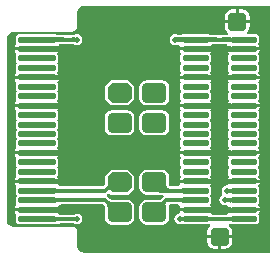
<source format=gbr>
%TF.GenerationSoftware,Altium Limited,Altium Designer,25.5.2 (35)*%
G04 Layer_Physical_Order=2*
G04 Layer_Color=16711680*
%FSLAX45Y45*%
%MOMM*%
%TF.SameCoordinates,263EE719-961F-4448-A72E-CF07F5483F46*%
%TF.FilePolarity,Positive*%
%TF.FileFunction,Copper,L2,Bot,Signal*%
%TF.Part,Single*%
G01*
G75*
%TA.AperFunction,SMDPad,CuDef*%
G04:AMPARAMS|DCode=10|XSize=3.2mm|YSize=0.5mm|CornerRadius=0.125mm|HoleSize=0mm|Usage=FLASHONLY|Rotation=0.000|XOffset=0mm|YOffset=0mm|HoleType=Round|Shape=RoundedRectangle|*
%AMROUNDEDRECTD10*
21,1,3.20000,0.25000,0,0,0.0*
21,1,2.95000,0.50000,0,0,0.0*
1,1,0.25000,1.47500,-0.12500*
1,1,0.25000,-1.47500,-0.12500*
1,1,0.25000,-1.47500,0.12500*
1,1,0.25000,1.47500,0.12500*
%
%ADD10ROUNDEDRECTD10*%
%TA.AperFunction,Conductor*%
%ADD11C,0.30000*%
%ADD12C,0.40000*%
%ADD13C,0.35000*%
%TA.AperFunction,ComponentPad*%
G04:AMPARAMS|DCode=14|XSize=1.7mm|YSize=2.1mm|CornerRadius=0.425mm|HoleSize=0mm|Usage=FLASHONLY|Rotation=270.000|XOffset=0mm|YOffset=0mm|HoleType=Round|Shape=RoundedRectangle|*
%AMROUNDEDRECTD14*
21,1,1.70000,1.25001,0,0,270.0*
21,1,0.85000,2.10000,0,0,270.0*
1,1,0.85000,-0.62500,-0.42500*
1,1,0.85000,-0.62500,0.42500*
1,1,0.85000,0.62500,0.42500*
1,1,0.85000,0.62500,-0.42500*
%
%ADD14ROUNDEDRECTD14*%
G04:AMPARAMS|DCode=15|XSize=1.7mm|YSize=2.1mm|CornerRadius=0mm|HoleSize=0mm|Usage=FLASHONLY|Rotation=270.000|XOffset=0mm|YOffset=0mm|HoleType=Round|Shape=Octagon|*
%AMOCTAGOND15*
4,1,8,1.05000,0.42500,1.05000,-0.42500,0.62500,-0.85000,-0.62500,-0.85000,-1.05000,-0.42500,-1.05000,0.42500,-0.62500,0.85000,0.62500,0.85000,1.05000,0.42500,0.0*
%
%ADD15OCTAGOND15*%

G04:AMPARAMS|DCode=16|XSize=1.55mm|YSize=1.6mm|CornerRadius=0.3875mm|HoleSize=0mm|Usage=FLASHONLY|Rotation=270.000|XOffset=0mm|YOffset=0mm|HoleType=Round|Shape=RoundedRectangle|*
%AMROUNDEDRECTD16*
21,1,1.55000,0.82500,0,0,270.0*
21,1,0.77500,1.60000,0,0,270.0*
1,1,0.77500,-0.41250,-0.38750*
1,1,0.77500,-0.41250,0.38750*
1,1,0.77500,0.41250,0.38750*
1,1,0.77500,0.41250,-0.38750*
%
%ADD16ROUNDEDRECTD16*%
%TA.AperFunction,ViaPad*%
%ADD17C,0.50800*%
%TA.AperFunction,SMDPad,CuDef*%
G04:AMPARAMS|DCode=18|XSize=2.2mm|YSize=0.5mm|CornerRadius=0.125mm|HoleSize=0mm|Usage=FLASHONLY|Rotation=180.000|XOffset=0mm|YOffset=0mm|HoleType=Round|Shape=RoundedRectangle|*
%AMROUNDEDRECTD18*
21,1,2.20000,0.25000,0,0,180.0*
21,1,1.95000,0.50000,0,0,180.0*
1,1,0.25000,-0.97500,0.12500*
1,1,0.25000,0.97500,0.12500*
1,1,0.25000,0.97500,-0.12500*
1,1,0.25000,-0.97500,-0.12500*
%
%ADD18ROUNDEDRECTD18*%
G36*
X2276054Y303944D02*
X700000D01*
Y304025D01*
X678579Y308285D01*
X660420Y320419D01*
X648285Y338579D01*
X644025Y360000D01*
X643944D01*
X643943Y360006D01*
Y479999D01*
X640598Y496816D01*
X631072Y511072D01*
X616816Y520598D01*
X599999Y523943D01*
X100005D01*
X100000Y523944D01*
Y524025D01*
X78579Y528285D01*
X60419Y540420D01*
X48285Y558579D01*
X44025Y580000D01*
X43944D01*
Y2120000D01*
X44025D01*
X48285Y2141421D01*
X60419Y2159580D01*
X78579Y2171714D01*
X100000Y2175975D01*
Y2176056D01*
X100004Y2176056D01*
X599999D01*
X616816Y2179402D01*
X631072Y2188927D01*
X640598Y2203184D01*
X643943Y2220001D01*
Y2339981D01*
X643947Y2340000D01*
X644027D01*
X648288Y2361421D01*
X660422Y2379580D01*
X678582Y2391715D01*
X700003Y2395975D01*
Y2396056D01*
X2276057D01*
X2276054Y303944D01*
D02*
G37*
%LPC*%
G36*
X2038250Y2364157D02*
X2009700D01*
Y2272700D01*
X2103657D01*
Y2298750D01*
X2098678Y2323780D01*
X2084500Y2345000D01*
X2063280Y2359178D01*
X2038250Y2364157D01*
D02*
G37*
G36*
X1984300D02*
X1955750D01*
X1930720Y2359178D01*
X1909501Y2345000D01*
X1895322Y2323780D01*
X1890343Y2298750D01*
Y2272700D01*
X1984300D01*
Y2364157D01*
D02*
G37*
G36*
X2103657Y2247300D02*
X1997000D01*
X1890343D01*
Y2221250D01*
X1895322Y2196220D01*
X1909501Y2175000D01*
X1922178Y2166530D01*
X1918032Y2151259D01*
X1883282Y2149210D01*
X1871064Y2149148D01*
X1868890Y2148234D01*
X1825110D01*
X1822936Y2149148D01*
X1810409Y2149211D01*
X1779736Y2150157D01*
X1765606Y2151355D01*
X1760903Y2152022D01*
X1757716Y2152669D01*
X1756716Y2152971D01*
X1755791Y2153424D01*
X1755058Y2153470D01*
X1755023Y2153481D01*
X1754973Y2153476D01*
X1751144Y2153718D01*
X1750650Y2153817D01*
X1746259Y2155636D01*
X1744717Y2154997D01*
X1741500Y2155637D01*
X1546500D01*
X1543283Y2154997D01*
X1541741Y2155636D01*
X1537350Y2153817D01*
X1536642Y2153676D01*
X1532831Y2153405D01*
X1532790Y2153408D01*
X1532763Y2153400D01*
X1532059Y2153350D01*
X1531140Y2152890D01*
X1530249Y2152610D01*
X1528249Y2152183D01*
X1492010Y2149895D01*
X1487714Y2152766D01*
X1470000Y2156290D01*
X1452286Y2152766D01*
X1437268Y2142732D01*
X1427234Y2127714D01*
X1423711Y2110000D01*
X1427234Y2092286D01*
X1437268Y2077268D01*
X1452286Y2067234D01*
X1470000Y2063711D01*
X1487714Y2067234D01*
X1492489Y2070424D01*
X1501340Y2070131D01*
X1507558Y2061688D01*
X1510276Y2055472D01*
X1510294Y2054751D01*
X1507897Y2042700D01*
X1746259D01*
Y2053988D01*
X1748182Y2053230D01*
X1751564Y2052552D01*
X1756406Y2051954D01*
X1770467Y2050997D01*
X1778479Y2050865D01*
X1777889Y2053828D01*
X1785827Y2069323D01*
X1810718Y2070791D01*
X1822936Y2070853D01*
X1825110Y2071766D01*
X1868890D01*
X1871064Y2070853D01*
X1883591Y2070789D01*
X1907291Y2070058D01*
X1913957Y2061105D01*
X1915949Y2057039D01*
X1916268Y2054619D01*
X1915845Y2052489D01*
X1947741Y2053988D01*
Y2042700D01*
X2050000D01*
X2186103D01*
X2183201Y2057288D01*
X2174824Y2069824D01*
X2178114Y2084819D01*
X2180637Y2097500D01*
Y2122500D01*
X2178114Y2135181D01*
X2170931Y2145931D01*
X2160181Y2153114D01*
X2147500Y2155637D01*
X2082519D01*
X2077969Y2170637D01*
X2084500Y2175000D01*
X2098678Y2196220D01*
X2103657Y2221250D01*
Y2247300D01*
D02*
G37*
G36*
X640000Y2156290D02*
X622286Y2152766D01*
X617216Y2149379D01*
X595954Y2149147D01*
X593818Y2148234D01*
X531109D01*
X528936Y2149148D01*
X516409Y2149211D01*
X485736Y2150157D01*
X471606Y2151355D01*
X466903Y2152022D01*
X463716Y2152669D01*
X462716Y2152971D01*
X461791Y2153424D01*
X461058Y2153470D01*
X461023Y2153481D01*
X460973Y2153476D01*
X457144Y2153718D01*
X456650Y2153817D01*
X452258Y2155636D01*
X450716Y2154997D01*
X447500Y2155637D01*
X152500D01*
X139819Y2153114D01*
X129069Y2145931D01*
X121886Y2135181D01*
X119363Y2122500D01*
Y2097500D01*
X121886Y2084820D01*
X125176Y2069824D01*
X116799Y2057288D01*
X113897Y2042700D01*
X452258D01*
Y2053988D01*
X454088Y2053295D01*
X457393Y2052674D01*
X462172Y2052127D01*
X484458Y2050970D01*
X483889Y2053828D01*
X491827Y2069323D01*
X516718Y2070791D01*
X528936Y2070853D01*
X531109Y2071766D01*
X593873D01*
X596032Y2070853D01*
X617100Y2070699D01*
X622286Y2067234D01*
X640000Y2063711D01*
X657714Y2067234D01*
X672732Y2077268D01*
X682766Y2092286D01*
X686289Y2110000D01*
X682766Y2127714D01*
X672732Y2142732D01*
X657714Y2152766D01*
X640000Y2156290D01*
D02*
G37*
G36*
X2186103Y2017300D02*
X2050000D01*
X1947741D01*
Y2006012D01*
X1945818Y2006770D01*
X1942436Y2007448D01*
X1937594Y2008046D01*
X1923533Y2009003D01*
X1915521Y2009135D01*
X1916799Y2002712D01*
X1925175Y1990176D01*
X1921886Y1975181D01*
X1919363Y1962500D01*
Y1937500D01*
X1921886Y1924819D01*
X1929069Y1914069D01*
Y1905931D01*
X1921886Y1895181D01*
X1919363Y1882500D01*
Y1857500D01*
X1921886Y1844820D01*
X1925175Y1829824D01*
X1916799Y1817288D01*
X1915845Y1812490D01*
X1947741Y1813988D01*
Y1802700D01*
X2050000D01*
X2186103D01*
X2183201Y1817288D01*
X2174824Y1829824D01*
X2178114Y1844819D01*
X2180637Y1857500D01*
Y1882500D01*
X2178114Y1895181D01*
X2170931Y1905931D01*
Y1914069D01*
X2178114Y1924819D01*
X2180637Y1937500D01*
Y1962500D01*
X2178114Y1975181D01*
X2174824Y1990176D01*
X2183201Y2002712D01*
X2186103Y2017300D01*
D02*
G37*
G36*
X1746259D02*
X1507897D01*
X1510799Y2002712D01*
X1519176Y1990176D01*
X1515886Y1975181D01*
X1513363Y1962500D01*
Y1937500D01*
X1515886Y1924819D01*
X1523069Y1914069D01*
Y1905931D01*
X1515886Y1895181D01*
X1513363Y1882500D01*
Y1857500D01*
X1515886Y1844820D01*
X1519176Y1829824D01*
X1510799Y1817288D01*
X1507897Y1802700D01*
X1746259D01*
Y1813988D01*
X1748182Y1813230D01*
X1751564Y1812552D01*
X1756406Y1811954D01*
X1770467Y1810997D01*
X1778479Y1810866D01*
X1777201Y1817288D01*
X1768825Y1829824D01*
X1772114Y1844819D01*
X1774637Y1857500D01*
Y1882500D01*
X1772114Y1895181D01*
X1764931Y1905931D01*
Y1914069D01*
X1772114Y1924819D01*
X1774637Y1937500D01*
Y1962500D01*
X1772114Y1975181D01*
X1768825Y1990176D01*
X1777201Y2002712D01*
X1778155Y2007511D01*
X1746259Y2006012D01*
Y2017300D01*
D02*
G37*
G36*
X452258D02*
X113897D01*
X116799Y2002712D01*
X125176Y1990176D01*
X121886Y1975181D01*
X119363Y1962500D01*
Y1937500D01*
X121886Y1924819D01*
X124495Y1920915D01*
X127827Y1910000D01*
X124495Y1899085D01*
X121886Y1895181D01*
X119363Y1882500D01*
Y1857500D01*
X121886Y1844820D01*
X125176Y1829824D01*
X116799Y1817288D01*
X113897Y1802700D01*
X452258D01*
Y1813988D01*
X453734Y1813230D01*
X455775Y1812552D01*
X458381Y1811954D01*
X461551Y1811436D01*
X469585Y1810638D01*
X479879Y1810160D01*
X484631Y1810099D01*
X483201Y1817288D01*
X474824Y1829824D01*
X478114Y1844819D01*
X480637Y1857500D01*
Y1882500D01*
X478114Y1895181D01*
X475505Y1899085D01*
X472173Y1910000D01*
X475505Y1920915D01*
X478114Y1924819D01*
X480637Y1937500D01*
Y1962500D01*
X478114Y1975181D01*
X474824Y1990176D01*
X483201Y2002712D01*
X484180Y2007635D01*
X452258Y2006012D01*
Y2017300D01*
D02*
G37*
G36*
X2186103Y1777300D02*
X2050000D01*
X1947741D01*
Y1766012D01*
X1945818Y1766770D01*
X1942436Y1767448D01*
X1937594Y1768046D01*
X1923533Y1769003D01*
X1915521Y1769135D01*
X1916799Y1762712D01*
X1925175Y1750176D01*
X1921886Y1735181D01*
X1919363Y1722500D01*
Y1697500D01*
X1921886Y1684819D01*
X1929069Y1674069D01*
Y1665931D01*
X1921886Y1655181D01*
X1919363Y1642500D01*
Y1617500D01*
X1921886Y1604819D01*
X1925175Y1589824D01*
X1916799Y1577288D01*
X1915845Y1572490D01*
X1947741Y1573988D01*
Y1562700D01*
X2050000D01*
X2186103D01*
X2183201Y1577288D01*
X2174824Y1589824D01*
X2178114Y1604819D01*
X2180637Y1617500D01*
Y1642500D01*
X2178114Y1655181D01*
X2170931Y1665931D01*
Y1674069D01*
X2178114Y1684819D01*
X2180637Y1697500D01*
Y1722500D01*
X2178114Y1735181D01*
X2174824Y1750176D01*
X2183201Y1762712D01*
X2186103Y1777300D01*
D02*
G37*
G36*
X1746259D02*
X1507897D01*
X1510799Y1762712D01*
X1519176Y1750176D01*
X1515886Y1735181D01*
X1513363Y1722500D01*
Y1697500D01*
X1515886Y1684819D01*
X1518495Y1680915D01*
X1521827Y1670000D01*
X1518495Y1659085D01*
X1515886Y1655181D01*
X1513363Y1642500D01*
Y1617500D01*
X1515886Y1604819D01*
X1519176Y1589824D01*
X1510799Y1577288D01*
X1507897Y1562700D01*
X1746259D01*
Y1573988D01*
X1748182Y1573230D01*
X1751564Y1572552D01*
X1756406Y1571954D01*
X1770467Y1570997D01*
X1778479Y1570866D01*
X1777201Y1577288D01*
X1768825Y1589824D01*
X1772114Y1604819D01*
X1774637Y1617500D01*
Y1642500D01*
X1772114Y1655181D01*
X1769505Y1659085D01*
X1766174Y1670000D01*
X1769505Y1680915D01*
X1772114Y1684819D01*
X1774637Y1697500D01*
Y1722500D01*
X1772114Y1735181D01*
X1768825Y1750176D01*
X1777201Y1762712D01*
X1778155Y1767511D01*
X1746259Y1766012D01*
Y1777300D01*
D02*
G37*
G36*
X452258D02*
X113897D01*
X116799Y1762712D01*
X125176Y1750176D01*
X121886Y1735181D01*
X119363Y1722500D01*
Y1697500D01*
X121886Y1684819D01*
X124495Y1680915D01*
X127827Y1670000D01*
X124495Y1659085D01*
X121886Y1655181D01*
X119363Y1642500D01*
Y1617500D01*
X121886Y1604819D01*
X125176Y1589824D01*
X116799Y1577288D01*
X113897Y1562700D01*
X452258D01*
Y1573988D01*
X453810Y1573230D01*
X456078Y1572552D01*
X459062Y1571954D01*
X462762Y1571436D01*
X472310Y1570638D01*
X484598Y1570265D01*
X483201Y1577288D01*
X474824Y1589824D01*
X478114Y1604819D01*
X480637Y1617500D01*
Y1642500D01*
X478114Y1655181D01*
X475505Y1659085D01*
X472173Y1670000D01*
X475505Y1680915D01*
X478114Y1684819D01*
X480637Y1697500D01*
Y1722500D01*
X478114Y1735181D01*
X474824Y1750176D01*
X483201Y1762712D01*
X484625Y1769874D01*
X458381Y1768046D01*
X455775Y1767448D01*
X453734Y1766770D01*
X452258Y1766012D01*
Y1777300D01*
D02*
G37*
G36*
X1072500Y1765000D02*
X927500D01*
X875000Y1712500D01*
Y1607500D01*
X927500Y1555000D01*
X1072500D01*
X1125000Y1607500D01*
Y1712500D01*
X1072500Y1765000D01*
D02*
G37*
G36*
X1356500Y1766224D02*
X1231500D01*
X1207113Y1761374D01*
X1186440Y1747560D01*
X1172626Y1726886D01*
X1167775Y1702500D01*
Y1617500D01*
X1172626Y1593114D01*
X1186440Y1572440D01*
X1207113Y1558626D01*
X1231500Y1553776D01*
X1356500D01*
X1380886Y1558626D01*
X1401560Y1572440D01*
X1415374Y1593114D01*
X1420224Y1617500D01*
Y1702500D01*
X1415374Y1726886D01*
X1401560Y1747560D01*
X1380886Y1761374D01*
X1356500Y1766224D01*
D02*
G37*
G36*
X2186103Y1537300D02*
X2050000D01*
X1947741D01*
Y1526012D01*
X1945818Y1526770D01*
X1942436Y1527448D01*
X1937594Y1528046D01*
X1923533Y1529003D01*
X1915521Y1529135D01*
X1916799Y1522712D01*
X1925175Y1510176D01*
X1921886Y1495181D01*
X1919363Y1482500D01*
Y1457500D01*
X1921886Y1444819D01*
X1929069Y1434069D01*
Y1425931D01*
X1921886Y1415181D01*
X1919363Y1402500D01*
Y1377500D01*
X1921886Y1364819D01*
X1929069Y1354069D01*
Y1345931D01*
X1921886Y1335181D01*
X1919363Y1322500D01*
Y1297500D01*
X1921886Y1284819D01*
X1929069Y1274069D01*
Y1265931D01*
X1921886Y1255181D01*
X1919363Y1242500D01*
Y1217500D01*
X1921886Y1204820D01*
X1925175Y1189824D01*
X1916799Y1177288D01*
X1915845Y1172489D01*
X1947741Y1173988D01*
Y1162700D01*
X2050000D01*
X2186103D01*
X2183201Y1177288D01*
X2174824Y1189824D01*
X2178114Y1204819D01*
X2180637Y1217500D01*
Y1242500D01*
X2178114Y1255181D01*
X2170931Y1265931D01*
Y1274069D01*
X2178114Y1284819D01*
X2180637Y1297500D01*
Y1322500D01*
X2178114Y1335181D01*
X2170931Y1345931D01*
Y1354069D01*
X2178114Y1364819D01*
X2180637Y1377500D01*
Y1402500D01*
X2178114Y1415181D01*
X2170931Y1425931D01*
Y1434069D01*
X2178114Y1444819D01*
X2180637Y1457500D01*
Y1482500D01*
X2178114Y1495181D01*
X2174824Y1510176D01*
X2183201Y1522712D01*
X2186103Y1537300D01*
D02*
G37*
G36*
X1356500Y1512224D02*
X1231500D01*
X1207113Y1507374D01*
X1186440Y1493560D01*
X1172626Y1472886D01*
X1167775Y1448500D01*
Y1363500D01*
X1172626Y1339114D01*
X1186440Y1318440D01*
X1207113Y1304626D01*
X1231500Y1299776D01*
X1356500D01*
X1380886Y1304626D01*
X1401560Y1318440D01*
X1415374Y1339114D01*
X1420224Y1363500D01*
Y1448500D01*
X1415374Y1472886D01*
X1401560Y1493560D01*
X1380886Y1507374D01*
X1356500Y1512224D01*
D02*
G37*
G36*
X1062500D02*
X937500D01*
X913113Y1507374D01*
X892440Y1493560D01*
X878626Y1472886D01*
X873775Y1448500D01*
Y1363500D01*
X878626Y1339114D01*
X892440Y1318440D01*
X913113Y1304626D01*
X937500Y1299776D01*
X1062500D01*
X1086887Y1304626D01*
X1107560Y1318440D01*
X1121374Y1339114D01*
X1126225Y1363500D01*
Y1448500D01*
X1121374Y1472886D01*
X1107560Y1493560D01*
X1086887Y1507374D01*
X1062500Y1512224D01*
D02*
G37*
G36*
X1746259Y1537300D02*
X1507897D01*
X1510799Y1522712D01*
X1519176Y1510176D01*
X1515886Y1495181D01*
X1513363Y1482500D01*
Y1457500D01*
X1515886Y1444819D01*
X1518495Y1440915D01*
X1521827Y1430000D01*
X1518495Y1419085D01*
X1515886Y1415181D01*
X1513363Y1402500D01*
Y1377500D01*
X1515886Y1364819D01*
X1523069Y1354069D01*
Y1345931D01*
X1515886Y1335181D01*
X1513363Y1322500D01*
Y1297500D01*
X1515886Y1284819D01*
X1523069Y1274069D01*
Y1265931D01*
X1515886Y1255181D01*
X1513363Y1242500D01*
Y1217500D01*
X1515886Y1204820D01*
X1519176Y1189824D01*
X1510799Y1177288D01*
X1507897Y1162700D01*
X1746259D01*
Y1173988D01*
X1748182Y1173230D01*
X1751564Y1172552D01*
X1756406Y1171954D01*
X1770467Y1170997D01*
X1778479Y1170865D01*
X1777201Y1177288D01*
X1768825Y1189824D01*
X1772114Y1204819D01*
X1774637Y1217500D01*
Y1242500D01*
X1772114Y1255181D01*
X1764931Y1265931D01*
Y1274069D01*
X1772114Y1284819D01*
X1774637Y1297500D01*
Y1322500D01*
X1772114Y1335181D01*
X1764931Y1345931D01*
Y1354069D01*
X1772114Y1364819D01*
X1774637Y1377500D01*
Y1402500D01*
X1772114Y1415181D01*
X1769505Y1419085D01*
X1766174Y1430000D01*
X1769505Y1440915D01*
X1772114Y1444819D01*
X1774637Y1457500D01*
Y1482500D01*
X1772114Y1495181D01*
X1768825Y1510176D01*
X1777201Y1522712D01*
X1778155Y1527511D01*
X1746259Y1526012D01*
Y1537300D01*
D02*
G37*
G36*
X452258D02*
X113897D01*
X116799Y1522712D01*
X125176Y1510176D01*
X121886Y1495181D01*
X119363Y1482500D01*
Y1457500D01*
X121886Y1444819D01*
X124495Y1440915D01*
X127827Y1430000D01*
X124495Y1419085D01*
X121886Y1415181D01*
X119363Y1402500D01*
Y1377500D01*
X121886Y1364819D01*
X129069Y1354069D01*
Y1345931D01*
X121886Y1335181D01*
X119363Y1322500D01*
Y1297500D01*
X121886Y1284819D01*
X124495Y1280915D01*
X127827Y1270000D01*
X124495Y1259085D01*
X121886Y1255181D01*
X119363Y1242500D01*
Y1217500D01*
X121886Y1204820D01*
X125176Y1189824D01*
X116799Y1177288D01*
X113897Y1162700D01*
X452258D01*
Y1173988D01*
X453810Y1173230D01*
X456078Y1172552D01*
X459062Y1171954D01*
X462762Y1171436D01*
X472310Y1170638D01*
X484598Y1170265D01*
X483201Y1177288D01*
X474824Y1189824D01*
X478114Y1204819D01*
X480637Y1217500D01*
Y1242500D01*
X478114Y1255181D01*
X475505Y1259085D01*
X472173Y1270000D01*
X475505Y1280915D01*
X478114Y1284819D01*
X480637Y1297500D01*
Y1322500D01*
X478114Y1335181D01*
X470931Y1345931D01*
Y1354069D01*
X478114Y1364819D01*
X480637Y1377500D01*
Y1402500D01*
X478114Y1415181D01*
X475505Y1419085D01*
X472173Y1430000D01*
X475505Y1440915D01*
X478114Y1444819D01*
X480637Y1457500D01*
Y1482500D01*
X478114Y1495181D01*
X474824Y1510176D01*
X483201Y1522712D01*
X484556Y1529527D01*
X459062Y1528046D01*
X456078Y1527448D01*
X453810Y1526770D01*
X452258Y1526012D01*
Y1537300D01*
D02*
G37*
G36*
X2186103Y1137300D02*
X2050000D01*
X1947741D01*
Y1126012D01*
X1945818Y1126770D01*
X1942436Y1127448D01*
X1937594Y1128046D01*
X1923533Y1129003D01*
X1915521Y1129135D01*
X1916799Y1122712D01*
X1925175Y1110176D01*
X1921886Y1095181D01*
X1919363Y1082500D01*
Y1057500D01*
X1921886Y1044819D01*
X1924494Y1040915D01*
X1927826Y1030000D01*
X1924494Y1019085D01*
X1921886Y1015181D01*
X1919363Y1002500D01*
Y977500D01*
X1921886Y964820D01*
X1925175Y949824D01*
X1916799Y937288D01*
X1915845Y932489D01*
X1947741Y933988D01*
Y922700D01*
X2050000D01*
X2186103D01*
X2183201Y937288D01*
X2174824Y949824D01*
X2178114Y964819D01*
X2180637Y977500D01*
Y1002500D01*
X2178114Y1015181D01*
X2170931Y1025931D01*
Y1034069D01*
X2178114Y1044819D01*
X2180637Y1057500D01*
Y1082500D01*
X2178114Y1095181D01*
X2174824Y1110176D01*
X2183201Y1122712D01*
X2186103Y1137300D01*
D02*
G37*
G36*
X1746259D02*
X1507897D01*
X1510799Y1122712D01*
X1519176Y1110176D01*
X1515886Y1095181D01*
X1513363Y1082500D01*
Y1057500D01*
X1515886Y1044819D01*
X1523069Y1034069D01*
Y1025931D01*
X1515886Y1015181D01*
X1513363Y1002500D01*
Y977500D01*
X1515886Y964820D01*
X1519176Y949824D01*
X1510799Y937288D01*
X1507897Y922700D01*
X1746259D01*
Y933988D01*
X1748182Y933230D01*
X1751564Y932552D01*
X1756406Y931954D01*
X1770467Y930997D01*
X1778479Y930865D01*
X1777201Y937288D01*
X1768825Y949824D01*
X1772114Y964819D01*
X1774637Y977500D01*
Y1002500D01*
X1772114Y1015181D01*
X1764931Y1025931D01*
Y1034069D01*
X1772114Y1044819D01*
X1774637Y1057500D01*
Y1082500D01*
X1772114Y1095181D01*
X1768825Y1110176D01*
X1777201Y1122712D01*
X1778155Y1127511D01*
X1746259Y1126012D01*
Y1137300D01*
D02*
G37*
G36*
X452258D02*
X113897D01*
X116799Y1122712D01*
X125176Y1110176D01*
X121886Y1095181D01*
X119363Y1082500D01*
Y1057500D01*
X121886Y1044819D01*
X124495Y1040915D01*
X127827Y1030000D01*
X124495Y1019085D01*
X121886Y1015181D01*
X119363Y1002500D01*
Y977500D01*
X121886Y964820D01*
X125176Y949824D01*
X116799Y937288D01*
X113897Y922700D01*
X452258D01*
Y933988D01*
X453810Y933230D01*
X456078Y932552D01*
X459062Y931954D01*
X462762Y931436D01*
X472310Y930638D01*
X484598Y930265D01*
X483201Y937288D01*
X474824Y949824D01*
X478114Y964819D01*
X480637Y977500D01*
Y1002500D01*
X478114Y1015181D01*
X475505Y1019085D01*
X472173Y1030000D01*
X475505Y1040915D01*
X478114Y1044819D01*
X480637Y1057500D01*
Y1082500D01*
X478114Y1095181D01*
X474824Y1110176D01*
X483201Y1122712D01*
X484556Y1129527D01*
X459062Y1128046D01*
X456078Y1127448D01*
X453810Y1126770D01*
X452258Y1126012D01*
Y1137300D01*
D02*
G37*
G36*
X2186103Y897300D02*
X2050000D01*
X1947741D01*
Y886012D01*
X1945818Y886770D01*
X1942436Y887448D01*
X1937594Y888046D01*
X1923533Y889003D01*
X1915017Y889143D01*
X1914961Y888804D01*
X1906319Y875547D01*
X1904415Y874246D01*
X1895139Y872401D01*
X1880122Y862367D01*
X1870087Y847349D01*
X1866564Y829635D01*
X1870087Y811921D01*
X1871653Y809578D01*
X1865876Y791224D01*
X1857412Y785568D01*
X1847378Y770551D01*
X1843855Y752836D01*
X1847378Y735122D01*
X1857412Y720105D01*
X1872430Y710070D01*
X1890144Y706547D01*
X1907214Y709942D01*
X1909228Y708465D01*
X1915801Y700764D01*
X1916657Y698812D01*
X1916797Y697308D01*
X1916763Y697105D01*
X1915845Y692489D01*
X1947741Y693988D01*
Y682700D01*
X2050000D01*
X2186103D01*
X2183201Y697288D01*
X2174824Y709824D01*
X2178114Y724819D01*
X2180637Y737500D01*
Y762500D01*
X2178114Y775181D01*
X2170931Y785931D01*
Y794069D01*
X2178114Y804819D01*
X2180637Y817500D01*
Y842500D01*
X2178114Y855181D01*
X2174824Y870176D01*
X2183201Y882712D01*
X2186103Y897300D01*
D02*
G37*
G36*
X1072500Y1005000D02*
X927500D01*
X875000Y952500D01*
Y883989D01*
X874920Y883892D01*
X875000Y883044D01*
Y882080D01*
X874634Y881642D01*
X874360Y880768D01*
X874156Y880417D01*
X874108Y880059D01*
X873832Y879452D01*
X872847Y877730D01*
X871227Y875302D01*
X869208Y872609D01*
X863120Y865686D01*
X521890D01*
X519625Y866647D01*
X509612Y866734D01*
X492280Y867416D01*
X491097Y867530D01*
X483268Y882583D01*
X483326Y883341D01*
X484556Y889527D01*
X459062Y888046D01*
X456078Y887448D01*
X453810Y886770D01*
X452258Y886012D01*
Y897300D01*
X113897D01*
X116799Y882712D01*
X125176Y870176D01*
X121886Y855181D01*
X119363Y842500D01*
Y817500D01*
X121886Y804819D01*
X129069Y794069D01*
Y785931D01*
X121886Y775181D01*
X119363Y762500D01*
Y737500D01*
X121886Y724820D01*
X125176Y709824D01*
X116799Y697288D01*
X113897Y682700D01*
X452258D01*
Y693988D01*
X454182Y693230D01*
X457564Y692552D01*
X462406Y691954D01*
X476467Y690997D01*
X484478Y690865D01*
X483354Y696519D01*
X483313Y697492D01*
X491365Y712069D01*
X509887Y713269D01*
X519625Y713353D01*
X521890Y714315D01*
X862980D01*
X866013Y710429D01*
X868703Y706501D01*
X870771Y702958D01*
X872258Y699844D01*
X873224Y697196D01*
X873756Y695031D01*
X873962Y693316D01*
X873922Y690434D01*
X874081Y690035D01*
X873775Y688500D01*
Y603500D01*
X878626Y579114D01*
X892440Y558440D01*
X913113Y544626D01*
X937500Y539776D01*
X1062500D01*
X1086887Y544626D01*
X1107560Y558440D01*
X1121374Y579114D01*
X1126225Y603500D01*
Y688500D01*
X1121374Y712886D01*
X1107560Y733560D01*
X1086887Y747374D01*
X1062500Y752224D01*
X944725D01*
X941821Y752442D01*
X939327Y752926D01*
X936422Y753817D01*
X933095Y755195D01*
X929367Y757120D01*
X925278Y759629D01*
X921079Y762595D01*
X910951Y771081D01*
X905605Y776217D01*
X901162Y777954D01*
X895078Y782020D01*
X894322Y790000D01*
X895078Y797981D01*
X901252Y802106D01*
X905706Y803881D01*
X909451Y807526D01*
X912389Y810111D01*
X927500Y795000D01*
X1072500D01*
X1125000Y847500D01*
Y952500D01*
X1072500Y1005000D01*
D02*
G37*
G36*
X1356500Y1006224D02*
X1231500D01*
X1207113Y1001374D01*
X1186440Y987560D01*
X1172626Y966886D01*
X1167775Y942500D01*
Y857500D01*
X1172626Y833114D01*
X1186440Y812440D01*
X1207113Y798626D01*
X1231500Y793776D01*
X1356500D01*
X1359209Y794314D01*
X1364428D01*
X1364535Y794269D01*
X1370055Y794208D01*
X1374531Y779158D01*
X1368657Y775234D01*
X1351083Y757660D01*
X1347451Y752224D01*
X1231500D01*
X1207113Y747374D01*
X1186440Y733560D01*
X1172626Y712886D01*
X1167775Y688500D01*
Y603500D01*
X1172626Y579114D01*
X1186440Y558440D01*
X1207113Y544626D01*
X1231500Y539776D01*
X1356500D01*
X1380886Y544626D01*
X1401560Y558440D01*
X1415374Y579114D01*
X1420224Y603500D01*
Y688500D01*
X1418073Y699314D01*
X1430384Y714315D01*
X1472110D01*
X1474375Y713353D01*
X1484388Y713266D01*
X1501720Y712584D01*
X1502904Y712471D01*
X1510732Y697417D01*
X1510674Y696660D01*
X1507897Y682700D01*
X1746259D01*
Y693988D01*
X1748170Y693230D01*
X1751518Y692552D01*
X1756302Y691954D01*
X1770178Y690997D01*
X1778480Y690858D01*
X1777201Y697288D01*
X1768825Y709824D01*
X1772114Y724819D01*
X1774637Y737500D01*
Y762500D01*
X1772114Y775181D01*
X1764931Y785931D01*
Y794069D01*
X1772114Y804819D01*
X1774637Y817500D01*
Y842500D01*
X1772114Y855181D01*
X1768825Y870176D01*
X1777201Y882712D01*
X1778155Y887511D01*
X1746259Y886012D01*
Y897300D01*
X1507897D01*
X1510646Y883481D01*
X1510686Y882508D01*
X1502635Y867931D01*
X1484113Y866732D01*
X1474375Y866647D01*
X1472110Y865686D01*
X1462797D01*
X1462565Y865867D01*
X1461103Y865686D01*
X1459528D01*
X1457392Y866640D01*
X1447081Y866921D01*
X1438773Y867680D01*
X1431997Y868848D01*
X1426835Y870284D01*
X1423337Y871761D01*
X1421419Y872968D01*
X1420710Y873643D01*
X1420579Y873844D01*
X1420473Y874146D01*
X1420224Y876368D01*
Y942500D01*
X1415374Y966886D01*
X1401560Y987560D01*
X1380886Y1001374D01*
X1356500Y1006224D01*
D02*
G37*
G36*
X2186103Y657300D02*
X2050000D01*
X1947741D01*
Y646012D01*
X1945818Y646770D01*
X1942436Y647448D01*
X1937594Y648046D01*
X1923533Y649003D01*
X1915521Y649135D01*
X1916646Y643481D01*
X1916686Y642508D01*
X1908635Y627931D01*
X1890113Y626732D01*
X1880375Y626647D01*
X1878110Y625686D01*
X1815890D01*
X1813625Y626647D01*
X1803612Y626734D01*
X1786280Y627416D01*
X1785097Y627530D01*
X1777268Y642583D01*
X1777326Y643341D01*
X1778160Y647531D01*
X1746259Y646012D01*
Y657300D01*
X1507897D01*
X1509236Y650571D01*
X1500393Y635313D01*
X1498569Y634016D01*
X1492286Y632766D01*
X1477268Y622732D01*
X1467234Y607714D01*
X1463711Y590000D01*
X1467234Y572286D01*
X1477268Y557268D01*
X1492286Y547234D01*
X1510000Y543711D01*
X1527714Y547234D01*
X1530506Y549099D01*
X1533819Y546886D01*
X1546500Y544363D01*
X1741500D01*
X1744717Y545003D01*
X1746259Y544364D01*
X1750650Y546184D01*
X1752911Y546633D01*
X1756722Y547061D01*
X1757901Y547712D01*
X1759062Y547993D01*
X1765209Y546854D01*
X1768472Y530995D01*
X1759500Y525000D01*
X1745322Y503780D01*
X1740343Y478750D01*
Y452700D01*
X1847000D01*
X1953656D01*
Y478750D01*
X1948678Y503780D01*
X1934499Y525000D01*
X1924566Y531637D01*
X1928268Y547204D01*
X1935427Y548083D01*
X1937278Y547061D01*
X1941089Y546633D01*
X1943350Y546184D01*
X1947741Y544364D01*
X1949283Y545003D01*
X1952500Y544363D01*
X2147500D01*
X2160181Y546886D01*
X2170931Y554069D01*
X2178114Y564819D01*
X2180637Y577500D01*
Y602500D01*
X2178114Y615181D01*
X2174824Y630176D01*
X2183201Y642712D01*
X2186103Y657300D01*
D02*
G37*
G36*
X452258D02*
X113897D01*
X116799Y642712D01*
X125176Y630176D01*
X121886Y615181D01*
X119363Y602500D01*
Y577500D01*
X121886Y564819D01*
X129069Y554069D01*
X139819Y546886D01*
X152500Y544363D01*
X447500D01*
X450716Y545003D01*
X452258Y544364D01*
X456650Y546184D01*
X458911Y546633D01*
X462721Y547061D01*
X464573Y548083D01*
X466198Y548720D01*
X469186Y549576D01*
X473386Y550467D01*
X478157Y551214D01*
X509887Y553268D01*
X519625Y553353D01*
X521890Y554314D01*
X591597D01*
X593838Y553354D01*
X602603Y553247D01*
X608987Y552957D01*
X613198Y552535D01*
X613746Y552441D01*
X614605Y552225D01*
X614778Y552251D01*
X622286Y547234D01*
X640000Y543711D01*
X657714Y547234D01*
X672732Y557268D01*
X682766Y572286D01*
X686289Y590000D01*
X682766Y607714D01*
X672732Y622732D01*
X657714Y632766D01*
X640000Y636290D01*
X622286Y632766D01*
X614903Y627833D01*
X598077Y626671D01*
X593977Y626648D01*
X591692Y625686D01*
X521890D01*
X519625Y626647D01*
X509612Y626734D01*
X492280Y627416D01*
X491097Y627530D01*
X483268Y642583D01*
X483326Y643341D01*
X484155Y647511D01*
X452258Y646012D01*
Y657300D01*
D02*
G37*
G36*
X1953656Y427300D02*
X1859700D01*
Y335843D01*
X1888250D01*
X1913280Y340822D01*
X1934499Y355001D01*
X1948678Y376220D01*
X1953656Y401250D01*
Y427300D01*
D02*
G37*
G36*
X1834300D02*
X1740343D01*
Y401250D01*
X1745322Y376220D01*
X1759500Y355001D01*
X1780720Y340822D01*
X1805750Y335843D01*
X1834300D01*
Y427300D01*
D02*
G37*
%LPD*%
G36*
X1947741Y2086012D02*
X1945228Y2087245D01*
X1941572Y2088348D01*
X1936772Y2089321D01*
X1930830Y2090164D01*
X1915517Y2091462D01*
X1883974Y2092435D01*
X1871174Y2092500D01*
Y2127500D01*
X1883974Y2127565D01*
X1936772Y2130679D01*
X1941572Y2131652D01*
X1945228Y2132755D01*
X1947741Y2133988D01*
Y2086012D01*
D02*
G37*
G36*
X1748772Y2132755D02*
X1752428Y2131652D01*
X1757228Y2130679D01*
X1763170Y2129836D01*
X1778483Y2128538D01*
X1810026Y2127565D01*
X1822826Y2127500D01*
Y2092500D01*
X1810026Y2092435D01*
X1757228Y2089321D01*
X1752428Y2088348D01*
X1748772Y2087245D01*
X1746259Y2086012D01*
Y2133988D01*
X1748772Y2132755D01*
D02*
G37*
G36*
X1541741Y2086012D02*
X1539276Y2087245D01*
X1535765Y2088348D01*
X1531207Y2089321D01*
X1525602Y2090164D01*
X1511254Y2091462D01*
X1488318Y2092222D01*
X1488139Y2092220D01*
Y2092228D01*
X1481883Y2092435D01*
X1470000Y2092500D01*
Y2127500D01*
X1481883Y2127565D01*
X1531207Y2130679D01*
X1535765Y2131652D01*
X1539276Y2132755D01*
X1541741Y2133988D01*
Y2086012D01*
D02*
G37*
G36*
X621861Y2092220D02*
X621555Y2092273D01*
X620746Y2092321D01*
X596190Y2092500D01*
Y2127500D01*
X621861Y2127780D01*
Y2092220D01*
D02*
G37*
G36*
X454772Y2132755D02*
X458428Y2131652D01*
X463227Y2130679D01*
X469170Y2129836D01*
X484483Y2128538D01*
X516026Y2127565D01*
X528826Y2127500D01*
Y2092500D01*
X516026Y2092435D01*
X463227Y2089321D01*
X458428Y2088348D01*
X454772Y2087245D01*
X452258Y2086012D01*
Y2133988D01*
X454772Y2132755D01*
D02*
G37*
G36*
X1943188Y845377D02*
X1949354Y845107D01*
X1958479Y845000D01*
X1959013Y815000D01*
X1954232Y814971D01*
X1943188Y814325D01*
Y810034D01*
X1942225Y810978D01*
X1940810Y811822D01*
X1938943Y812567D01*
X1936624Y813212D01*
X1934821Y813568D01*
X1933235Y813155D01*
X1932018Y812665D01*
X1931246Y812118D01*
X1931217Y814124D01*
X1930630Y814206D01*
X1922828Y814802D01*
X1913218Y815000D01*
Y845000D01*
X1918249Y845050D01*
X1930759Y846005D01*
X1930735Y847674D01*
X1931498Y847166D01*
X1932708Y846711D01*
X1934292Y846328D01*
X1936624Y846788D01*
X1938943Y847433D01*
X1940810Y848178D01*
X1942225Y849023D01*
X1943188Y849966D01*
Y845377D01*
D02*
G37*
G36*
X1947741Y726013D02*
X1944773Y727720D01*
X1941247Y729248D01*
X1937164Y730596D01*
X1932523Y731765D01*
X1927326Y732753D01*
X1915944Y734110D01*
X1906870Y733495D01*
X1906184Y733142D01*
X1906358Y734688D01*
X1892980Y735000D01*
Y765000D01*
X1900964Y765090D01*
X1909839Y765671D01*
X1910155Y768480D01*
X1910922Y767819D01*
X1912133Y767227D01*
X1913789Y766705D01*
X1915891Y766253D01*
X1916754Y766123D01*
X1921571Y766438D01*
X1927326Y767247D01*
X1937164Y769404D01*
X1941247Y770752D01*
X1944773Y772280D01*
X1947741Y773988D01*
Y726013D01*
D02*
G37*
G36*
X917803Y835585D02*
X916502Y836375D01*
X914885Y836629D01*
X912954Y836349D01*
X910707Y835532D01*
X908145Y834181D01*
X905268Y832294D01*
X902075Y829872D01*
X894745Y823422D01*
X890607Y819394D01*
X869393Y840607D01*
X874320Y845640D01*
X886025Y858951D01*
X888903Y862792D01*
X891269Y866334D01*
X893122Y869578D01*
X894463Y872525D01*
X895293Y875173D01*
X895610Y877523D01*
X917803Y835585D01*
D02*
G37*
G36*
X455351Y852280D02*
X459250Y850752D01*
X463954Y849404D01*
X469463Y848236D01*
X475778Y847247D01*
X490825Y845809D01*
X509094Y845090D01*
X519437Y845000D01*
Y815000D01*
X509094Y814910D01*
X475778Y812753D01*
X469463Y811764D01*
X463954Y810596D01*
X459250Y809248D01*
X455351Y807720D01*
X452258Y806012D01*
Y853988D01*
X455351Y852280D01*
D02*
G37*
G36*
Y772280D02*
X459250Y770752D01*
X463954Y769404D01*
X469463Y768236D01*
X475778Y767247D01*
X490825Y765809D01*
X509094Y765090D01*
X519437Y765000D01*
Y735000D01*
X509094Y734910D01*
X475778Y732753D01*
X469463Y731765D01*
X463954Y730596D01*
X459250Y729248D01*
X455351Y727720D01*
X452258Y726013D01*
Y773988D01*
X455351Y772280D01*
D02*
G37*
G36*
X896485Y754959D02*
X907860Y745429D01*
X913357Y741545D01*
X918728Y738250D01*
X923971Y735543D01*
X929088Y733423D01*
X934077Y731892D01*
X938940Y730950D01*
X943675Y730594D01*
X895568Y690132D01*
X895628Y694458D01*
X895094Y698917D01*
X893964Y703510D01*
X892239Y708236D01*
X889919Y713096D01*
X887005Y718088D01*
X883495Y723215D01*
X879389Y728474D01*
X874689Y733867D01*
X869393Y739394D01*
X890607Y760607D01*
X896485Y754959D01*
D02*
G37*
G36*
X1399232Y869300D02*
X1401021Y864200D01*
X1403961Y859700D01*
X1408054Y855800D01*
X1413299Y852500D01*
X1419696Y849800D01*
X1427244Y847700D01*
X1435945Y846200D01*
X1445797Y845300D01*
X1456802Y845000D01*
X1448517Y815000D01*
X1364772Y815915D01*
X1398595Y875000D01*
X1399232Y869300D01*
D02*
G37*
G36*
X1541741Y806012D02*
X1538648Y807720D01*
X1534750Y809248D01*
X1530046Y810596D01*
X1524537Y811764D01*
X1518222Y812753D01*
X1503175Y814191D01*
X1484906Y814910D01*
X1474563Y815000D01*
Y845000D01*
X1484906Y845090D01*
X1518222Y847247D01*
X1524537Y848236D01*
X1530046Y849404D01*
X1534750Y850752D01*
X1538648Y852280D01*
X1541741Y853988D01*
Y806012D01*
D02*
G37*
G36*
Y726013D02*
X1538648Y727720D01*
X1534750Y729248D01*
X1530046Y730596D01*
X1524537Y731765D01*
X1518222Y732753D01*
X1503175Y734191D01*
X1484906Y734910D01*
X1474563Y735000D01*
Y765000D01*
X1484906Y765090D01*
X1518222Y767247D01*
X1524537Y768236D01*
X1530046Y769404D01*
X1534750Y770752D01*
X1538648Y772280D01*
X1541741Y773988D01*
Y726013D01*
D02*
G37*
G36*
X1535794Y605810D02*
X1539440Y605445D01*
X1546777Y605111D01*
X1555898Y605000D01*
Y575000D01*
X1551114Y574972D01*
X1535794Y573915D01*
Y572120D01*
X1535124Y572667D01*
X1534029Y573157D01*
X1532510Y573589D01*
X1532131Y573662D01*
X1531782Y573638D01*
X1530122Y573221D01*
X1528907Y572748D01*
X1528139Y572220D01*
Y574285D01*
X1522193Y574741D01*
X1510000Y575000D01*
Y605000D01*
X1514488Y605029D01*
X1528139Y605885D01*
Y607780D01*
X1528907Y607252D01*
X1530122Y606779D01*
X1531782Y606362D01*
X1532033Y606319D01*
X1532510Y606411D01*
X1534029Y606843D01*
X1535124Y607333D01*
X1535794Y607880D01*
Y605810D01*
D02*
G37*
G36*
X1947741Y566012D02*
X1944648Y567720D01*
X1940750Y569248D01*
X1936046Y570596D01*
X1930537Y571764D01*
X1924222Y572753D01*
X1909175Y574191D01*
X1890906Y574910D01*
X1880563Y575000D01*
Y605000D01*
X1890906Y605090D01*
X1924222Y607247D01*
X1930537Y608236D01*
X1936046Y609404D01*
X1940750Y610752D01*
X1944648Y612280D01*
X1947741Y613988D01*
Y566012D01*
D02*
G37*
G36*
X1749352Y612280D02*
X1753250Y610752D01*
X1757954Y609404D01*
X1763463Y608236D01*
X1769778Y607247D01*
X1784825Y605809D01*
X1803094Y605090D01*
X1813437Y605000D01*
Y575000D01*
X1803094Y574910D01*
X1769778Y572753D01*
X1763463Y571764D01*
X1757954Y570596D01*
X1753250Y569248D01*
X1749352Y567720D01*
X1746259Y566012D01*
Y613988D01*
X1749352Y612280D01*
D02*
G37*
G36*
X621861Y572220D02*
X621093Y572748D01*
X619878Y573221D01*
X618218Y573638D01*
X616111Y573999D01*
X610560Y574555D01*
X603223Y574889D01*
X594102Y575000D01*
Y605000D01*
X598886Y605028D01*
X618218Y606362D01*
X619878Y606779D01*
X621093Y607252D01*
X621861Y607780D01*
Y572220D01*
D02*
G37*
G36*
X455351Y612280D02*
X459250Y610752D01*
X463954Y609404D01*
X469463Y608236D01*
X475778Y607247D01*
X490825Y605809D01*
X509094Y605090D01*
X519437Y605000D01*
Y575000D01*
X509094Y574910D01*
X475778Y572753D01*
X469463Y571764D01*
X463954Y570596D01*
X459250Y569248D01*
X455351Y567720D01*
X452258Y566012D01*
Y613988D01*
X455351Y612280D01*
D02*
G37*
D10*
X300000Y750000D02*
D03*
Y830000D02*
D03*
Y2110000D02*
D03*
Y1870000D02*
D03*
Y1950000D02*
D03*
Y2030000D02*
D03*
Y1710000D02*
D03*
Y1790000D02*
D03*
Y1630000D02*
D03*
Y1550000D02*
D03*
Y1470000D02*
D03*
Y1390000D02*
D03*
Y1310000D02*
D03*
Y1230000D02*
D03*
Y1150000D02*
D03*
Y1070000D02*
D03*
Y990000D02*
D03*
Y910000D02*
D03*
Y670000D02*
D03*
Y590000D02*
D03*
D11*
X1510000D02*
X2060000D01*
X1892980Y750000D02*
X2060000D01*
X1890144Y752836D02*
X1892980Y750000D01*
X1913218Y830000D02*
X2060000D01*
X1912853Y829635D02*
X1913218Y830000D01*
X984000Y646000D02*
X1020000D01*
X300000Y750000D02*
X880000D01*
X984000Y646000D01*
X1338883Y830000D02*
X1634000D01*
X1268883Y900000D02*
X1338883Y830000D01*
X1214000Y900000D02*
X1268883D01*
X1299117Y646000D02*
X1376317Y723200D01*
Y732427D02*
X1393891Y750000D01*
X1634000D01*
X1274000Y646000D02*
X1299117D01*
X1376317Y723200D02*
Y732427D01*
X950000Y900000D02*
X960000D01*
X880000Y830000D02*
X950000Y900000D01*
X300000Y830000D02*
X880000D01*
X300000Y590000D02*
X640000D01*
D12*
X619848Y2030339D02*
X620187Y2030679D01*
X300339Y2030339D02*
X619848D01*
X300000Y2030000D02*
X300339Y2030339D01*
X300000Y1550000D02*
X500000D01*
X300000Y1550000D02*
X300000Y1550000D01*
X300000Y910000D02*
X500000D01*
X1634000Y2030000D02*
X2060000D01*
X1634000Y1790000D02*
X2060000D01*
X1634000Y1550000D02*
X2060000D01*
X1634000Y1150000D02*
X2060000D01*
X1634000Y910000D02*
X2060000D01*
X1830000Y670000D02*
X1840000D01*
X1830000D02*
X2060000D01*
X1634000D02*
X1830000D01*
X300000D02*
X640000D01*
X300000Y1150000D02*
X500000D01*
X492432Y1790000D02*
X494668Y1787764D01*
X300000Y1790000D02*
X492432D01*
D13*
X300000Y2110000D02*
X640000D01*
X1470000D02*
X2060000D01*
D14*
X1000000Y1406000D02*
D03*
X1294000D02*
D03*
Y1660000D02*
D03*
X1000000Y646000D02*
D03*
X1294000D02*
D03*
Y900000D02*
D03*
D15*
X1000000Y1660000D02*
D03*
Y900000D02*
D03*
D16*
X1847000Y440000D02*
D03*
X1997000Y2260000D02*
D03*
D17*
X1510000Y590000D02*
D03*
X1890144Y752836D02*
D03*
X1912853Y829635D02*
D03*
X640000Y590000D02*
D03*
X1847000Y910000D02*
D03*
Y1150000D02*
D03*
Y1550000D02*
D03*
Y1790000D02*
D03*
Y2030000D02*
D03*
X1840000Y670000D02*
D03*
X640000D02*
D03*
X500000Y910000D02*
D03*
Y1150000D02*
D03*
Y1550000D02*
D03*
X494668Y1787764D02*
D03*
X620187Y2030679D02*
D03*
X640000Y2110000D02*
D03*
X1470000D02*
D03*
D18*
X2050000Y750000D02*
D03*
Y830000D02*
D03*
X1644000D02*
D03*
Y750000D02*
D03*
X2050000Y2110000D02*
D03*
X1644000D02*
D03*
X2050000Y2030000D02*
D03*
Y1950000D02*
D03*
Y1870000D02*
D03*
Y1790000D02*
D03*
Y1710000D02*
D03*
Y1630000D02*
D03*
Y1550000D02*
D03*
Y1470000D02*
D03*
Y1390000D02*
D03*
Y1310000D02*
D03*
Y1230000D02*
D03*
Y1150000D02*
D03*
Y1070000D02*
D03*
Y990000D02*
D03*
Y910000D02*
D03*
Y670000D02*
D03*
Y590000D02*
D03*
X1644000Y2030000D02*
D03*
Y1950000D02*
D03*
Y1870000D02*
D03*
Y1790000D02*
D03*
Y1710000D02*
D03*
Y1630000D02*
D03*
Y1550000D02*
D03*
Y1470000D02*
D03*
Y1390000D02*
D03*
Y1310000D02*
D03*
Y1230000D02*
D03*
Y1150000D02*
D03*
Y1070000D02*
D03*
Y990000D02*
D03*
Y910000D02*
D03*
Y670000D02*
D03*
Y590000D02*
D03*
%TF.MD5,0ecd8e4784fdd7902fe2049d22e54571*%
M02*

</source>
